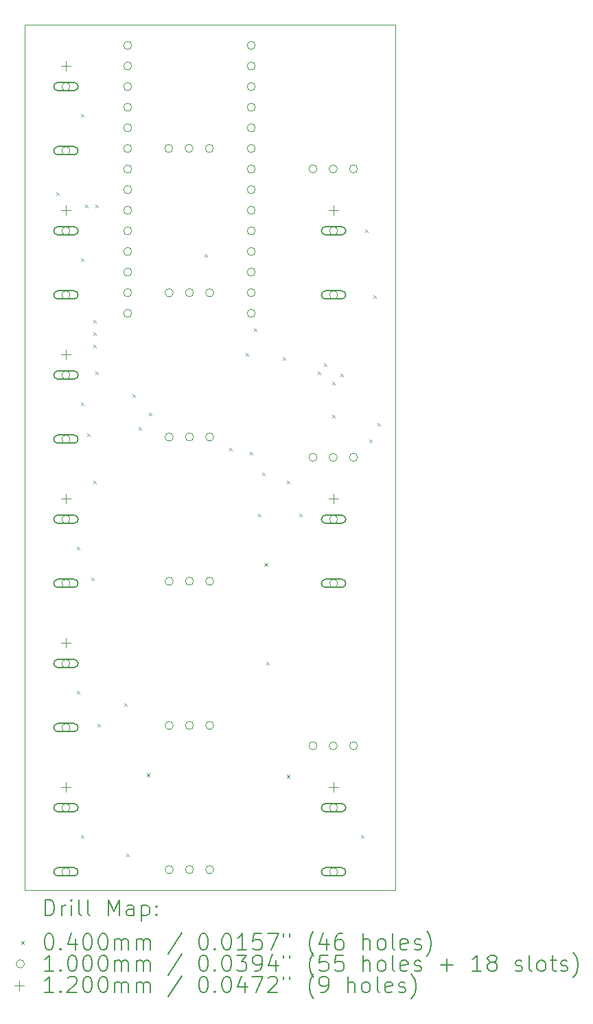
<source format=gbr>
%FSLAX45Y45*%
G04 Gerber Fmt 4.5, Leading zero omitted, Abs format (unit mm)*
G04 Created by KiCad (PCBNEW (6.0.6)) date 2024-09-22 12:15:27*
%MOMM*%
%LPD*%
G01*
G04 APERTURE LIST*
%TA.AperFunction,Profile*%
%ADD10C,0.100000*%
%TD*%
%ADD11C,0.200000*%
%ADD12C,0.040000*%
%ADD13C,0.100000*%
%ADD14C,0.120000*%
G04 APERTURE END LIST*
D10*
X3556000Y-6096000D02*
X3556000Y-16510000D01*
X3556000Y-5842000D02*
X3556000Y-6096000D01*
X8128000Y-16510000D02*
X8128000Y-5842000D01*
X8128000Y-5842000D02*
X3556000Y-5842000D01*
X3556000Y-16510000D02*
X8128000Y-16510000D01*
D11*
D12*
X3942400Y-7904800D02*
X3982400Y-7944800D01*
X3982400Y-7904800D02*
X3942400Y-7944800D01*
X4196400Y-12273600D02*
X4236400Y-12313600D01*
X4236400Y-12273600D02*
X4196400Y-12313600D01*
X4196400Y-14051600D02*
X4236400Y-14091600D01*
X4236400Y-14051600D02*
X4196400Y-14091600D01*
X4247200Y-6939600D02*
X4287200Y-6979600D01*
X4287200Y-6939600D02*
X4247200Y-6979600D01*
X4247200Y-8717600D02*
X4287200Y-8757600D01*
X4287200Y-8717600D02*
X4247200Y-8757600D01*
X4247200Y-10495600D02*
X4287200Y-10535600D01*
X4287200Y-10495600D02*
X4247200Y-10535600D01*
X4247200Y-15829600D02*
X4287200Y-15869600D01*
X4287200Y-15829600D02*
X4247200Y-15869600D01*
X4298000Y-8057200D02*
X4338000Y-8097200D01*
X4338000Y-8057200D02*
X4298000Y-8097200D01*
X4323400Y-10876600D02*
X4363400Y-10916600D01*
X4363400Y-10876600D02*
X4323400Y-10916600D01*
X4374200Y-12654600D02*
X4414200Y-12694600D01*
X4414200Y-12654600D02*
X4374200Y-12694600D01*
X4399600Y-9632000D02*
X4439600Y-9672000D01*
X4439600Y-9632000D02*
X4399600Y-9672000D01*
X4399600Y-9784400D02*
X4439600Y-9824400D01*
X4439600Y-9784400D02*
X4399600Y-9824400D01*
X4399600Y-11460800D02*
X4439600Y-11500800D01*
X4439600Y-11460800D02*
X4399600Y-11500800D01*
X4400030Y-9480030D02*
X4440030Y-9520030D01*
X4440030Y-9480030D02*
X4400030Y-9520030D01*
X4425000Y-8057200D02*
X4465000Y-8097200D01*
X4465000Y-8057200D02*
X4425000Y-8097200D01*
X4425000Y-10114600D02*
X4465000Y-10154600D01*
X4465000Y-10114600D02*
X4425000Y-10154600D01*
X4450400Y-14458000D02*
X4490400Y-14498000D01*
X4490400Y-14458000D02*
X4450400Y-14498000D01*
X4780600Y-14204000D02*
X4820600Y-14244000D01*
X4820600Y-14204000D02*
X4780600Y-14244000D01*
X4806000Y-16058200D02*
X4846000Y-16098200D01*
X4846000Y-16058200D02*
X4806000Y-16098200D01*
X4882200Y-10394000D02*
X4922200Y-10434000D01*
X4922200Y-10394000D02*
X4882200Y-10434000D01*
X4958400Y-10800400D02*
X4998400Y-10840400D01*
X4998400Y-10800400D02*
X4958400Y-10840400D01*
X5058500Y-15069100D02*
X5098500Y-15109100D01*
X5098500Y-15069100D02*
X5058500Y-15109100D01*
X5085400Y-10622600D02*
X5125400Y-10662600D01*
X5125400Y-10622600D02*
X5085400Y-10662600D01*
X5771200Y-8666800D02*
X5811200Y-8706800D01*
X5811200Y-8666800D02*
X5771200Y-8706800D01*
X6076000Y-11054400D02*
X6116000Y-11094400D01*
X6116000Y-11054400D02*
X6076000Y-11094400D01*
X6279200Y-9886000D02*
X6319200Y-9926000D01*
X6319200Y-9886000D02*
X6279200Y-9926000D01*
X6330000Y-11105200D02*
X6370000Y-11145200D01*
X6370000Y-11105200D02*
X6330000Y-11145200D01*
X6380800Y-9581200D02*
X6420800Y-9621200D01*
X6420800Y-9581200D02*
X6380800Y-9621200D01*
X6431600Y-11867200D02*
X6471600Y-11907200D01*
X6471600Y-11867200D02*
X6431600Y-11907200D01*
X6482400Y-11359200D02*
X6522400Y-11399200D01*
X6522400Y-11359200D02*
X6482400Y-11399200D01*
X6511550Y-12476800D02*
X6551550Y-12516800D01*
X6551550Y-12476800D02*
X6511550Y-12516800D01*
X6533200Y-13696000D02*
X6573200Y-13736000D01*
X6573200Y-13696000D02*
X6533200Y-13736000D01*
X6736400Y-9936800D02*
X6776400Y-9976800D01*
X6776400Y-9936800D02*
X6736400Y-9976800D01*
X6787200Y-11460800D02*
X6827200Y-11500800D01*
X6827200Y-11460800D02*
X6787200Y-11500800D01*
X6787200Y-15089250D02*
X6827200Y-15129250D01*
X6827200Y-15089250D02*
X6787200Y-15129250D01*
X6939600Y-11867200D02*
X6979600Y-11907200D01*
X6979600Y-11867200D02*
X6939600Y-11907200D01*
X7168200Y-10114600D02*
X7208200Y-10154600D01*
X7208200Y-10114600D02*
X7168200Y-10154600D01*
X7244400Y-10013000D02*
X7284400Y-10053000D01*
X7284400Y-10013000D02*
X7244400Y-10053000D01*
X7346000Y-10241600D02*
X7386000Y-10281600D01*
X7386000Y-10241600D02*
X7346000Y-10281600D01*
X7346000Y-10648000D02*
X7386000Y-10688000D01*
X7386000Y-10648000D02*
X7346000Y-10688000D01*
X7447600Y-10140000D02*
X7487600Y-10180000D01*
X7487600Y-10140000D02*
X7447600Y-10180000D01*
X7701600Y-15829600D02*
X7741600Y-15869600D01*
X7741600Y-15829600D02*
X7701600Y-15869600D01*
X7752400Y-8362000D02*
X7792400Y-8402000D01*
X7792400Y-8362000D02*
X7752400Y-8402000D01*
X7803200Y-10952800D02*
X7843200Y-10992800D01*
X7843200Y-10952800D02*
X7803200Y-10992800D01*
X7854000Y-9174800D02*
X7894000Y-9214800D01*
X7894000Y-9174800D02*
X7854000Y-9214800D01*
X7904800Y-10749600D02*
X7944800Y-10789600D01*
X7944800Y-10749600D02*
X7904800Y-10789600D01*
D13*
X4114000Y-6604000D02*
G75*
G03*
X4114000Y-6604000I-50000J0D01*
G01*
D11*
X3964000Y-6654000D02*
X4164000Y-6654000D01*
X3964000Y-6554000D02*
X4164000Y-6554000D01*
X4164000Y-6654000D02*
G75*
G03*
X4164000Y-6554000I0J50000D01*
G01*
X3964000Y-6554000D02*
G75*
G03*
X3964000Y-6654000I0J-50000D01*
G01*
D13*
X4114000Y-7394000D02*
G75*
G03*
X4114000Y-7394000I-50000J0D01*
G01*
D11*
X3964000Y-7444000D02*
X4164000Y-7444000D01*
X3964000Y-7344000D02*
X4164000Y-7344000D01*
X4164000Y-7444000D02*
G75*
G03*
X4164000Y-7344000I0J50000D01*
G01*
X3964000Y-7344000D02*
G75*
G03*
X3964000Y-7444000I0J-50000D01*
G01*
D13*
X4114000Y-8382000D02*
G75*
G03*
X4114000Y-8382000I-50000J0D01*
G01*
D11*
X3964000Y-8432000D02*
X4164000Y-8432000D01*
X3964000Y-8332000D02*
X4164000Y-8332000D01*
X4164000Y-8432000D02*
G75*
G03*
X4164000Y-8332000I0J50000D01*
G01*
X3964000Y-8332000D02*
G75*
G03*
X3964000Y-8432000I0J-50000D01*
G01*
D13*
X4114000Y-9172000D02*
G75*
G03*
X4114000Y-9172000I-50000J0D01*
G01*
D11*
X3964000Y-9222000D02*
X4164000Y-9222000D01*
X3964000Y-9122000D02*
X4164000Y-9122000D01*
X4164000Y-9222000D02*
G75*
G03*
X4164000Y-9122000I0J50000D01*
G01*
X3964000Y-9122000D02*
G75*
G03*
X3964000Y-9222000I0J-50000D01*
G01*
D13*
X4114000Y-10160000D02*
G75*
G03*
X4114000Y-10160000I-50000J0D01*
G01*
D11*
X3964000Y-10210000D02*
X4164000Y-10210000D01*
X3964000Y-10110000D02*
X4164000Y-10110000D01*
X4164000Y-10210000D02*
G75*
G03*
X4164000Y-10110000I0J50000D01*
G01*
X3964000Y-10110000D02*
G75*
G03*
X3964000Y-10210000I0J-50000D01*
G01*
D13*
X4114000Y-10950000D02*
G75*
G03*
X4114000Y-10950000I-50000J0D01*
G01*
D11*
X3964000Y-11000000D02*
X4164000Y-11000000D01*
X3964000Y-10900000D02*
X4164000Y-10900000D01*
X4164000Y-11000000D02*
G75*
G03*
X4164000Y-10900000I0J50000D01*
G01*
X3964000Y-10900000D02*
G75*
G03*
X3964000Y-11000000I0J-50000D01*
G01*
D13*
X4114000Y-11938000D02*
G75*
G03*
X4114000Y-11938000I-50000J0D01*
G01*
D11*
X3964000Y-11988000D02*
X4164000Y-11988000D01*
X3964000Y-11888000D02*
X4164000Y-11888000D01*
X4164000Y-11988000D02*
G75*
G03*
X4164000Y-11888000I0J50000D01*
G01*
X3964000Y-11888000D02*
G75*
G03*
X3964000Y-11988000I0J-50000D01*
G01*
D13*
X4114000Y-12728000D02*
G75*
G03*
X4114000Y-12728000I-50000J0D01*
G01*
D11*
X3964000Y-12778000D02*
X4164000Y-12778000D01*
X3964000Y-12678000D02*
X4164000Y-12678000D01*
X4164000Y-12778000D02*
G75*
G03*
X4164000Y-12678000I0J50000D01*
G01*
X3964000Y-12678000D02*
G75*
G03*
X3964000Y-12778000I0J-50000D01*
G01*
D13*
X4114000Y-13716000D02*
G75*
G03*
X4114000Y-13716000I-50000J0D01*
G01*
D11*
X3964000Y-13766000D02*
X4164000Y-13766000D01*
X3964000Y-13666000D02*
X4164000Y-13666000D01*
X4164000Y-13766000D02*
G75*
G03*
X4164000Y-13666000I0J50000D01*
G01*
X3964000Y-13666000D02*
G75*
G03*
X3964000Y-13766000I0J-50000D01*
G01*
D13*
X4114000Y-14506000D02*
G75*
G03*
X4114000Y-14506000I-50000J0D01*
G01*
D11*
X3964000Y-14556000D02*
X4164000Y-14556000D01*
X3964000Y-14456000D02*
X4164000Y-14456000D01*
X4164000Y-14556000D02*
G75*
G03*
X4164000Y-14456000I0J50000D01*
G01*
X3964000Y-14456000D02*
G75*
G03*
X3964000Y-14556000I0J-50000D01*
G01*
D13*
X4114000Y-15494000D02*
G75*
G03*
X4114000Y-15494000I-50000J0D01*
G01*
D11*
X3964000Y-15544000D02*
X4164000Y-15544000D01*
X3964000Y-15444000D02*
X4164000Y-15444000D01*
X4164000Y-15544000D02*
G75*
G03*
X4164000Y-15444000I0J50000D01*
G01*
X3964000Y-15444000D02*
G75*
G03*
X3964000Y-15544000I0J-50000D01*
G01*
D13*
X4114000Y-16284000D02*
G75*
G03*
X4114000Y-16284000I-50000J0D01*
G01*
D11*
X3964000Y-16334000D02*
X4164000Y-16334000D01*
X3964000Y-16234000D02*
X4164000Y-16234000D01*
X4164000Y-16334000D02*
G75*
G03*
X4164000Y-16234000I0J50000D01*
G01*
X3964000Y-16234000D02*
G75*
G03*
X3964000Y-16334000I0J-50000D01*
G01*
D13*
X4876000Y-6096000D02*
G75*
G03*
X4876000Y-6096000I-50000J0D01*
G01*
X4876000Y-6350000D02*
G75*
G03*
X4876000Y-6350000I-50000J0D01*
G01*
X4876000Y-6604000D02*
G75*
G03*
X4876000Y-6604000I-50000J0D01*
G01*
X4876000Y-6858000D02*
G75*
G03*
X4876000Y-6858000I-50000J0D01*
G01*
X4876000Y-7112000D02*
G75*
G03*
X4876000Y-7112000I-50000J0D01*
G01*
X4876000Y-7366000D02*
G75*
G03*
X4876000Y-7366000I-50000J0D01*
G01*
X4876000Y-7620000D02*
G75*
G03*
X4876000Y-7620000I-50000J0D01*
G01*
X4876000Y-7874000D02*
G75*
G03*
X4876000Y-7874000I-50000J0D01*
G01*
X4876000Y-8128000D02*
G75*
G03*
X4876000Y-8128000I-50000J0D01*
G01*
X4876000Y-8382000D02*
G75*
G03*
X4876000Y-8382000I-50000J0D01*
G01*
X4876000Y-8636000D02*
G75*
G03*
X4876000Y-8636000I-50000J0D01*
G01*
X4876000Y-8890000D02*
G75*
G03*
X4876000Y-8890000I-50000J0D01*
G01*
X4876000Y-9144000D02*
G75*
G03*
X4876000Y-9144000I-50000J0D01*
G01*
X4876000Y-9398000D02*
G75*
G03*
X4876000Y-9398000I-50000J0D01*
G01*
X5383500Y-7366000D02*
G75*
G03*
X5383500Y-7366000I-50000J0D01*
G01*
X5388000Y-9145500D02*
G75*
G03*
X5388000Y-9145500I-50000J0D01*
G01*
X5388000Y-10923500D02*
G75*
G03*
X5388000Y-10923500I-50000J0D01*
G01*
X5388000Y-12701500D02*
G75*
G03*
X5388000Y-12701500I-50000J0D01*
G01*
X5388000Y-14479500D02*
G75*
G03*
X5388000Y-14479500I-50000J0D01*
G01*
X5388000Y-16257500D02*
G75*
G03*
X5388000Y-16257500I-50000J0D01*
G01*
X5633500Y-7364500D02*
G75*
G03*
X5633500Y-7364500I-50000J0D01*
G01*
X5638000Y-9144000D02*
G75*
G03*
X5638000Y-9144000I-50000J0D01*
G01*
X5638000Y-10922000D02*
G75*
G03*
X5638000Y-10922000I-50000J0D01*
G01*
X5638000Y-12700000D02*
G75*
G03*
X5638000Y-12700000I-50000J0D01*
G01*
X5638000Y-14478000D02*
G75*
G03*
X5638000Y-14478000I-50000J0D01*
G01*
X5638000Y-16256000D02*
G75*
G03*
X5638000Y-16256000I-50000J0D01*
G01*
X5883500Y-7366000D02*
G75*
G03*
X5883500Y-7366000I-50000J0D01*
G01*
X5888000Y-9145500D02*
G75*
G03*
X5888000Y-9145500I-50000J0D01*
G01*
X5888000Y-10923500D02*
G75*
G03*
X5888000Y-10923500I-50000J0D01*
G01*
X5888000Y-12701500D02*
G75*
G03*
X5888000Y-12701500I-50000J0D01*
G01*
X5888000Y-14479500D02*
G75*
G03*
X5888000Y-14479500I-50000J0D01*
G01*
X5888000Y-16257500D02*
G75*
G03*
X5888000Y-16257500I-50000J0D01*
G01*
X6400000Y-6096000D02*
G75*
G03*
X6400000Y-6096000I-50000J0D01*
G01*
X6400000Y-6350000D02*
G75*
G03*
X6400000Y-6350000I-50000J0D01*
G01*
X6400000Y-6604000D02*
G75*
G03*
X6400000Y-6604000I-50000J0D01*
G01*
X6400000Y-6858000D02*
G75*
G03*
X6400000Y-6858000I-50000J0D01*
G01*
X6400000Y-7112000D02*
G75*
G03*
X6400000Y-7112000I-50000J0D01*
G01*
X6400000Y-7366000D02*
G75*
G03*
X6400000Y-7366000I-50000J0D01*
G01*
X6400000Y-7620000D02*
G75*
G03*
X6400000Y-7620000I-50000J0D01*
G01*
X6400000Y-7874000D02*
G75*
G03*
X6400000Y-7874000I-50000J0D01*
G01*
X6400000Y-8128000D02*
G75*
G03*
X6400000Y-8128000I-50000J0D01*
G01*
X6400000Y-8382000D02*
G75*
G03*
X6400000Y-8382000I-50000J0D01*
G01*
X6400000Y-8636000D02*
G75*
G03*
X6400000Y-8636000I-50000J0D01*
G01*
X6400000Y-8890000D02*
G75*
G03*
X6400000Y-8890000I-50000J0D01*
G01*
X6400000Y-9144000D02*
G75*
G03*
X6400000Y-9144000I-50000J0D01*
G01*
X6400000Y-9398000D02*
G75*
G03*
X6400000Y-9398000I-50000J0D01*
G01*
X7161500Y-7618500D02*
G75*
G03*
X7161500Y-7618500I-50000J0D01*
G01*
X7161500Y-11174500D02*
G75*
G03*
X7161500Y-11174500I-50000J0D01*
G01*
X7161500Y-14730500D02*
G75*
G03*
X7161500Y-14730500I-50000J0D01*
G01*
X7411500Y-7618500D02*
G75*
G03*
X7411500Y-7618500I-50000J0D01*
G01*
X7411500Y-11174500D02*
G75*
G03*
X7411500Y-11174500I-50000J0D01*
G01*
X7411500Y-14730500D02*
G75*
G03*
X7411500Y-14730500I-50000J0D01*
G01*
X7416000Y-8382000D02*
G75*
G03*
X7416000Y-8382000I-50000J0D01*
G01*
D11*
X7266000Y-8432000D02*
X7466000Y-8432000D01*
X7266000Y-8332000D02*
X7466000Y-8332000D01*
X7466000Y-8432000D02*
G75*
G03*
X7466000Y-8332000I0J50000D01*
G01*
X7266000Y-8332000D02*
G75*
G03*
X7266000Y-8432000I0J-50000D01*
G01*
D13*
X7416000Y-9172000D02*
G75*
G03*
X7416000Y-9172000I-50000J0D01*
G01*
D11*
X7266000Y-9222000D02*
X7466000Y-9222000D01*
X7266000Y-9122000D02*
X7466000Y-9122000D01*
X7466000Y-9222000D02*
G75*
G03*
X7466000Y-9122000I0J50000D01*
G01*
X7266000Y-9122000D02*
G75*
G03*
X7266000Y-9222000I0J-50000D01*
G01*
D13*
X7416000Y-11938000D02*
G75*
G03*
X7416000Y-11938000I-50000J0D01*
G01*
D11*
X7266000Y-11988000D02*
X7466000Y-11988000D01*
X7266000Y-11888000D02*
X7466000Y-11888000D01*
X7466000Y-11988000D02*
G75*
G03*
X7466000Y-11888000I0J50000D01*
G01*
X7266000Y-11888000D02*
G75*
G03*
X7266000Y-11988000I0J-50000D01*
G01*
D13*
X7416000Y-12728000D02*
G75*
G03*
X7416000Y-12728000I-50000J0D01*
G01*
D11*
X7266000Y-12778000D02*
X7466000Y-12778000D01*
X7266000Y-12678000D02*
X7466000Y-12678000D01*
X7466000Y-12778000D02*
G75*
G03*
X7466000Y-12678000I0J50000D01*
G01*
X7266000Y-12678000D02*
G75*
G03*
X7266000Y-12778000I0J-50000D01*
G01*
D13*
X7416000Y-15494000D02*
G75*
G03*
X7416000Y-15494000I-50000J0D01*
G01*
D11*
X7266000Y-15544000D02*
X7466000Y-15544000D01*
X7266000Y-15444000D02*
X7466000Y-15444000D01*
X7466000Y-15544000D02*
G75*
G03*
X7466000Y-15444000I0J50000D01*
G01*
X7266000Y-15444000D02*
G75*
G03*
X7266000Y-15544000I0J-50000D01*
G01*
D13*
X7416000Y-16284000D02*
G75*
G03*
X7416000Y-16284000I-50000J0D01*
G01*
D11*
X7266000Y-16334000D02*
X7466000Y-16334000D01*
X7266000Y-16234000D02*
X7466000Y-16234000D01*
X7466000Y-16334000D02*
G75*
G03*
X7466000Y-16234000I0J50000D01*
G01*
X7266000Y-16234000D02*
G75*
G03*
X7266000Y-16334000I0J-50000D01*
G01*
D13*
X7661500Y-7618500D02*
G75*
G03*
X7661500Y-7618500I-50000J0D01*
G01*
X7661500Y-11174500D02*
G75*
G03*
X7661500Y-11174500I-50000J0D01*
G01*
X7661500Y-14730500D02*
G75*
G03*
X7661500Y-14730500I-50000J0D01*
G01*
D14*
X4064000Y-6290000D02*
X4064000Y-6410000D01*
X4004000Y-6350000D02*
X4124000Y-6350000D01*
X4064000Y-8068000D02*
X4064000Y-8188000D01*
X4004000Y-8128000D02*
X4124000Y-8128000D01*
X4064000Y-9846000D02*
X4064000Y-9966000D01*
X4004000Y-9906000D02*
X4124000Y-9906000D01*
X4064000Y-11624000D02*
X4064000Y-11744000D01*
X4004000Y-11684000D02*
X4124000Y-11684000D01*
X4064000Y-13402000D02*
X4064000Y-13522000D01*
X4004000Y-13462000D02*
X4124000Y-13462000D01*
X4064000Y-15180000D02*
X4064000Y-15300000D01*
X4004000Y-15240000D02*
X4124000Y-15240000D01*
X7366000Y-8068000D02*
X7366000Y-8188000D01*
X7306000Y-8128000D02*
X7426000Y-8128000D01*
X7366000Y-11624000D02*
X7366000Y-11744000D01*
X7306000Y-11684000D02*
X7426000Y-11684000D01*
X7366000Y-15180000D02*
X7366000Y-15300000D01*
X7306000Y-15240000D02*
X7426000Y-15240000D01*
D11*
X3808619Y-16825476D02*
X3808619Y-16625476D01*
X3856238Y-16625476D01*
X3884809Y-16635000D01*
X3903857Y-16654048D01*
X3913381Y-16673095D01*
X3922905Y-16711190D01*
X3922905Y-16739762D01*
X3913381Y-16777857D01*
X3903857Y-16796905D01*
X3884809Y-16815952D01*
X3856238Y-16825476D01*
X3808619Y-16825476D01*
X4008619Y-16825476D02*
X4008619Y-16692143D01*
X4008619Y-16730238D02*
X4018143Y-16711190D01*
X4027667Y-16701667D01*
X4046714Y-16692143D01*
X4065762Y-16692143D01*
X4132428Y-16825476D02*
X4132428Y-16692143D01*
X4132428Y-16625476D02*
X4122905Y-16635000D01*
X4132428Y-16644524D01*
X4141952Y-16635000D01*
X4132428Y-16625476D01*
X4132428Y-16644524D01*
X4256238Y-16825476D02*
X4237190Y-16815952D01*
X4227667Y-16796905D01*
X4227667Y-16625476D01*
X4361000Y-16825476D02*
X4341952Y-16815952D01*
X4332429Y-16796905D01*
X4332429Y-16625476D01*
X4589571Y-16825476D02*
X4589571Y-16625476D01*
X4656238Y-16768333D01*
X4722905Y-16625476D01*
X4722905Y-16825476D01*
X4903857Y-16825476D02*
X4903857Y-16720714D01*
X4894333Y-16701667D01*
X4875286Y-16692143D01*
X4837190Y-16692143D01*
X4818143Y-16701667D01*
X4903857Y-16815952D02*
X4884810Y-16825476D01*
X4837190Y-16825476D01*
X4818143Y-16815952D01*
X4808619Y-16796905D01*
X4808619Y-16777857D01*
X4818143Y-16758809D01*
X4837190Y-16749286D01*
X4884810Y-16749286D01*
X4903857Y-16739762D01*
X4999095Y-16692143D02*
X4999095Y-16892143D01*
X4999095Y-16701667D02*
X5018143Y-16692143D01*
X5056238Y-16692143D01*
X5075286Y-16701667D01*
X5084810Y-16711190D01*
X5094333Y-16730238D01*
X5094333Y-16787381D01*
X5084810Y-16806429D01*
X5075286Y-16815952D01*
X5056238Y-16825476D01*
X5018143Y-16825476D01*
X4999095Y-16815952D01*
X5180048Y-16806429D02*
X5189571Y-16815952D01*
X5180048Y-16825476D01*
X5170524Y-16815952D01*
X5180048Y-16806429D01*
X5180048Y-16825476D01*
X5180048Y-16701667D02*
X5189571Y-16711190D01*
X5180048Y-16720714D01*
X5170524Y-16711190D01*
X5180048Y-16701667D01*
X5180048Y-16720714D01*
D12*
X3511000Y-17135000D02*
X3551000Y-17175000D01*
X3551000Y-17135000D02*
X3511000Y-17175000D01*
D11*
X3846714Y-17045476D02*
X3865762Y-17045476D01*
X3884809Y-17055000D01*
X3894333Y-17064524D01*
X3903857Y-17083571D01*
X3913381Y-17121667D01*
X3913381Y-17169286D01*
X3903857Y-17207381D01*
X3894333Y-17226429D01*
X3884809Y-17235952D01*
X3865762Y-17245476D01*
X3846714Y-17245476D01*
X3827667Y-17235952D01*
X3818143Y-17226429D01*
X3808619Y-17207381D01*
X3799095Y-17169286D01*
X3799095Y-17121667D01*
X3808619Y-17083571D01*
X3818143Y-17064524D01*
X3827667Y-17055000D01*
X3846714Y-17045476D01*
X3999095Y-17226429D02*
X4008619Y-17235952D01*
X3999095Y-17245476D01*
X3989571Y-17235952D01*
X3999095Y-17226429D01*
X3999095Y-17245476D01*
X4180048Y-17112143D02*
X4180048Y-17245476D01*
X4132428Y-17035952D02*
X4084809Y-17178810D01*
X4208619Y-17178810D01*
X4322905Y-17045476D02*
X4341952Y-17045476D01*
X4361000Y-17055000D01*
X4370524Y-17064524D01*
X4380048Y-17083571D01*
X4389571Y-17121667D01*
X4389571Y-17169286D01*
X4380048Y-17207381D01*
X4370524Y-17226429D01*
X4361000Y-17235952D01*
X4341952Y-17245476D01*
X4322905Y-17245476D01*
X4303857Y-17235952D01*
X4294333Y-17226429D01*
X4284810Y-17207381D01*
X4275286Y-17169286D01*
X4275286Y-17121667D01*
X4284810Y-17083571D01*
X4294333Y-17064524D01*
X4303857Y-17055000D01*
X4322905Y-17045476D01*
X4513381Y-17045476D02*
X4532429Y-17045476D01*
X4551476Y-17055000D01*
X4561000Y-17064524D01*
X4570524Y-17083571D01*
X4580048Y-17121667D01*
X4580048Y-17169286D01*
X4570524Y-17207381D01*
X4561000Y-17226429D01*
X4551476Y-17235952D01*
X4532429Y-17245476D01*
X4513381Y-17245476D01*
X4494333Y-17235952D01*
X4484810Y-17226429D01*
X4475286Y-17207381D01*
X4465762Y-17169286D01*
X4465762Y-17121667D01*
X4475286Y-17083571D01*
X4484810Y-17064524D01*
X4494333Y-17055000D01*
X4513381Y-17045476D01*
X4665762Y-17245476D02*
X4665762Y-17112143D01*
X4665762Y-17131190D02*
X4675286Y-17121667D01*
X4694333Y-17112143D01*
X4722905Y-17112143D01*
X4741952Y-17121667D01*
X4751476Y-17140714D01*
X4751476Y-17245476D01*
X4751476Y-17140714D02*
X4761000Y-17121667D01*
X4780048Y-17112143D01*
X4808619Y-17112143D01*
X4827667Y-17121667D01*
X4837190Y-17140714D01*
X4837190Y-17245476D01*
X4932429Y-17245476D02*
X4932429Y-17112143D01*
X4932429Y-17131190D02*
X4941952Y-17121667D01*
X4961000Y-17112143D01*
X4989571Y-17112143D01*
X5008619Y-17121667D01*
X5018143Y-17140714D01*
X5018143Y-17245476D01*
X5018143Y-17140714D02*
X5027667Y-17121667D01*
X5046714Y-17112143D01*
X5075286Y-17112143D01*
X5094333Y-17121667D01*
X5103857Y-17140714D01*
X5103857Y-17245476D01*
X5494333Y-17035952D02*
X5322905Y-17293095D01*
X5751476Y-17045476D02*
X5770524Y-17045476D01*
X5789571Y-17055000D01*
X5799095Y-17064524D01*
X5808619Y-17083571D01*
X5818143Y-17121667D01*
X5818143Y-17169286D01*
X5808619Y-17207381D01*
X5799095Y-17226429D01*
X5789571Y-17235952D01*
X5770524Y-17245476D01*
X5751476Y-17245476D01*
X5732428Y-17235952D01*
X5722905Y-17226429D01*
X5713381Y-17207381D01*
X5703857Y-17169286D01*
X5703857Y-17121667D01*
X5713381Y-17083571D01*
X5722905Y-17064524D01*
X5732428Y-17055000D01*
X5751476Y-17045476D01*
X5903857Y-17226429D02*
X5913381Y-17235952D01*
X5903857Y-17245476D01*
X5894333Y-17235952D01*
X5903857Y-17226429D01*
X5903857Y-17245476D01*
X6037190Y-17045476D02*
X6056238Y-17045476D01*
X6075286Y-17055000D01*
X6084809Y-17064524D01*
X6094333Y-17083571D01*
X6103857Y-17121667D01*
X6103857Y-17169286D01*
X6094333Y-17207381D01*
X6084809Y-17226429D01*
X6075286Y-17235952D01*
X6056238Y-17245476D01*
X6037190Y-17245476D01*
X6018143Y-17235952D01*
X6008619Y-17226429D01*
X5999095Y-17207381D01*
X5989571Y-17169286D01*
X5989571Y-17121667D01*
X5999095Y-17083571D01*
X6008619Y-17064524D01*
X6018143Y-17055000D01*
X6037190Y-17045476D01*
X6294333Y-17245476D02*
X6180048Y-17245476D01*
X6237190Y-17245476D02*
X6237190Y-17045476D01*
X6218143Y-17074048D01*
X6199095Y-17093095D01*
X6180048Y-17102619D01*
X6475286Y-17045476D02*
X6380048Y-17045476D01*
X6370524Y-17140714D01*
X6380048Y-17131190D01*
X6399095Y-17121667D01*
X6446714Y-17121667D01*
X6465762Y-17131190D01*
X6475286Y-17140714D01*
X6484809Y-17159762D01*
X6484809Y-17207381D01*
X6475286Y-17226429D01*
X6465762Y-17235952D01*
X6446714Y-17245476D01*
X6399095Y-17245476D01*
X6380048Y-17235952D01*
X6370524Y-17226429D01*
X6551476Y-17045476D02*
X6684809Y-17045476D01*
X6599095Y-17245476D01*
X6751476Y-17045476D02*
X6751476Y-17083571D01*
X6827667Y-17045476D02*
X6827667Y-17083571D01*
X7122905Y-17321667D02*
X7113381Y-17312143D01*
X7094333Y-17283571D01*
X7084809Y-17264524D01*
X7075286Y-17235952D01*
X7065762Y-17188333D01*
X7065762Y-17150238D01*
X7075286Y-17102619D01*
X7084809Y-17074048D01*
X7094333Y-17055000D01*
X7113381Y-17026429D01*
X7122905Y-17016905D01*
X7284809Y-17112143D02*
X7284809Y-17245476D01*
X7237190Y-17035952D02*
X7189571Y-17178810D01*
X7313381Y-17178810D01*
X7475286Y-17045476D02*
X7437190Y-17045476D01*
X7418143Y-17055000D01*
X7408619Y-17064524D01*
X7389571Y-17093095D01*
X7380048Y-17131190D01*
X7380048Y-17207381D01*
X7389571Y-17226429D01*
X7399095Y-17235952D01*
X7418143Y-17245476D01*
X7456238Y-17245476D01*
X7475286Y-17235952D01*
X7484809Y-17226429D01*
X7494333Y-17207381D01*
X7494333Y-17159762D01*
X7484809Y-17140714D01*
X7475286Y-17131190D01*
X7456238Y-17121667D01*
X7418143Y-17121667D01*
X7399095Y-17131190D01*
X7389571Y-17140714D01*
X7380048Y-17159762D01*
X7732428Y-17245476D02*
X7732428Y-17045476D01*
X7818143Y-17245476D02*
X7818143Y-17140714D01*
X7808619Y-17121667D01*
X7789571Y-17112143D01*
X7761000Y-17112143D01*
X7741952Y-17121667D01*
X7732428Y-17131190D01*
X7941952Y-17245476D02*
X7922905Y-17235952D01*
X7913381Y-17226429D01*
X7903857Y-17207381D01*
X7903857Y-17150238D01*
X7913381Y-17131190D01*
X7922905Y-17121667D01*
X7941952Y-17112143D01*
X7970524Y-17112143D01*
X7989571Y-17121667D01*
X7999095Y-17131190D01*
X8008619Y-17150238D01*
X8008619Y-17207381D01*
X7999095Y-17226429D01*
X7989571Y-17235952D01*
X7970524Y-17245476D01*
X7941952Y-17245476D01*
X8122905Y-17245476D02*
X8103857Y-17235952D01*
X8094333Y-17216905D01*
X8094333Y-17045476D01*
X8275286Y-17235952D02*
X8256238Y-17245476D01*
X8218143Y-17245476D01*
X8199095Y-17235952D01*
X8189571Y-17216905D01*
X8189571Y-17140714D01*
X8199095Y-17121667D01*
X8218143Y-17112143D01*
X8256238Y-17112143D01*
X8275286Y-17121667D01*
X8284809Y-17140714D01*
X8284809Y-17159762D01*
X8189571Y-17178810D01*
X8361000Y-17235952D02*
X8380048Y-17245476D01*
X8418143Y-17245476D01*
X8437190Y-17235952D01*
X8446714Y-17216905D01*
X8446714Y-17207381D01*
X8437190Y-17188333D01*
X8418143Y-17178810D01*
X8389571Y-17178810D01*
X8370524Y-17169286D01*
X8361000Y-17150238D01*
X8361000Y-17140714D01*
X8370524Y-17121667D01*
X8389571Y-17112143D01*
X8418143Y-17112143D01*
X8437190Y-17121667D01*
X8513381Y-17321667D02*
X8522905Y-17312143D01*
X8541952Y-17283571D01*
X8551476Y-17264524D01*
X8561000Y-17235952D01*
X8570524Y-17188333D01*
X8570524Y-17150238D01*
X8561000Y-17102619D01*
X8551476Y-17074048D01*
X8541952Y-17055000D01*
X8522905Y-17026429D01*
X8513381Y-17016905D01*
D13*
X3551000Y-17419000D02*
G75*
G03*
X3551000Y-17419000I-50000J0D01*
G01*
D11*
X3913381Y-17509476D02*
X3799095Y-17509476D01*
X3856238Y-17509476D02*
X3856238Y-17309476D01*
X3837190Y-17338048D01*
X3818143Y-17357095D01*
X3799095Y-17366619D01*
X3999095Y-17490429D02*
X4008619Y-17499952D01*
X3999095Y-17509476D01*
X3989571Y-17499952D01*
X3999095Y-17490429D01*
X3999095Y-17509476D01*
X4132428Y-17309476D02*
X4151476Y-17309476D01*
X4170524Y-17319000D01*
X4180048Y-17328524D01*
X4189571Y-17347571D01*
X4199095Y-17385667D01*
X4199095Y-17433286D01*
X4189571Y-17471381D01*
X4180048Y-17490429D01*
X4170524Y-17499952D01*
X4151476Y-17509476D01*
X4132428Y-17509476D01*
X4113381Y-17499952D01*
X4103857Y-17490429D01*
X4094333Y-17471381D01*
X4084809Y-17433286D01*
X4084809Y-17385667D01*
X4094333Y-17347571D01*
X4103857Y-17328524D01*
X4113381Y-17319000D01*
X4132428Y-17309476D01*
X4322905Y-17309476D02*
X4341952Y-17309476D01*
X4361000Y-17319000D01*
X4370524Y-17328524D01*
X4380048Y-17347571D01*
X4389571Y-17385667D01*
X4389571Y-17433286D01*
X4380048Y-17471381D01*
X4370524Y-17490429D01*
X4361000Y-17499952D01*
X4341952Y-17509476D01*
X4322905Y-17509476D01*
X4303857Y-17499952D01*
X4294333Y-17490429D01*
X4284810Y-17471381D01*
X4275286Y-17433286D01*
X4275286Y-17385667D01*
X4284810Y-17347571D01*
X4294333Y-17328524D01*
X4303857Y-17319000D01*
X4322905Y-17309476D01*
X4513381Y-17309476D02*
X4532429Y-17309476D01*
X4551476Y-17319000D01*
X4561000Y-17328524D01*
X4570524Y-17347571D01*
X4580048Y-17385667D01*
X4580048Y-17433286D01*
X4570524Y-17471381D01*
X4561000Y-17490429D01*
X4551476Y-17499952D01*
X4532429Y-17509476D01*
X4513381Y-17509476D01*
X4494333Y-17499952D01*
X4484810Y-17490429D01*
X4475286Y-17471381D01*
X4465762Y-17433286D01*
X4465762Y-17385667D01*
X4475286Y-17347571D01*
X4484810Y-17328524D01*
X4494333Y-17319000D01*
X4513381Y-17309476D01*
X4665762Y-17509476D02*
X4665762Y-17376143D01*
X4665762Y-17395190D02*
X4675286Y-17385667D01*
X4694333Y-17376143D01*
X4722905Y-17376143D01*
X4741952Y-17385667D01*
X4751476Y-17404714D01*
X4751476Y-17509476D01*
X4751476Y-17404714D02*
X4761000Y-17385667D01*
X4780048Y-17376143D01*
X4808619Y-17376143D01*
X4827667Y-17385667D01*
X4837190Y-17404714D01*
X4837190Y-17509476D01*
X4932429Y-17509476D02*
X4932429Y-17376143D01*
X4932429Y-17395190D02*
X4941952Y-17385667D01*
X4961000Y-17376143D01*
X4989571Y-17376143D01*
X5008619Y-17385667D01*
X5018143Y-17404714D01*
X5018143Y-17509476D01*
X5018143Y-17404714D02*
X5027667Y-17385667D01*
X5046714Y-17376143D01*
X5075286Y-17376143D01*
X5094333Y-17385667D01*
X5103857Y-17404714D01*
X5103857Y-17509476D01*
X5494333Y-17299952D02*
X5322905Y-17557095D01*
X5751476Y-17309476D02*
X5770524Y-17309476D01*
X5789571Y-17319000D01*
X5799095Y-17328524D01*
X5808619Y-17347571D01*
X5818143Y-17385667D01*
X5818143Y-17433286D01*
X5808619Y-17471381D01*
X5799095Y-17490429D01*
X5789571Y-17499952D01*
X5770524Y-17509476D01*
X5751476Y-17509476D01*
X5732428Y-17499952D01*
X5722905Y-17490429D01*
X5713381Y-17471381D01*
X5703857Y-17433286D01*
X5703857Y-17385667D01*
X5713381Y-17347571D01*
X5722905Y-17328524D01*
X5732428Y-17319000D01*
X5751476Y-17309476D01*
X5903857Y-17490429D02*
X5913381Y-17499952D01*
X5903857Y-17509476D01*
X5894333Y-17499952D01*
X5903857Y-17490429D01*
X5903857Y-17509476D01*
X6037190Y-17309476D02*
X6056238Y-17309476D01*
X6075286Y-17319000D01*
X6084809Y-17328524D01*
X6094333Y-17347571D01*
X6103857Y-17385667D01*
X6103857Y-17433286D01*
X6094333Y-17471381D01*
X6084809Y-17490429D01*
X6075286Y-17499952D01*
X6056238Y-17509476D01*
X6037190Y-17509476D01*
X6018143Y-17499952D01*
X6008619Y-17490429D01*
X5999095Y-17471381D01*
X5989571Y-17433286D01*
X5989571Y-17385667D01*
X5999095Y-17347571D01*
X6008619Y-17328524D01*
X6018143Y-17319000D01*
X6037190Y-17309476D01*
X6170524Y-17309476D02*
X6294333Y-17309476D01*
X6227667Y-17385667D01*
X6256238Y-17385667D01*
X6275286Y-17395190D01*
X6284809Y-17404714D01*
X6294333Y-17423762D01*
X6294333Y-17471381D01*
X6284809Y-17490429D01*
X6275286Y-17499952D01*
X6256238Y-17509476D01*
X6199095Y-17509476D01*
X6180048Y-17499952D01*
X6170524Y-17490429D01*
X6389571Y-17509476D02*
X6427667Y-17509476D01*
X6446714Y-17499952D01*
X6456238Y-17490429D01*
X6475286Y-17461857D01*
X6484809Y-17423762D01*
X6484809Y-17347571D01*
X6475286Y-17328524D01*
X6465762Y-17319000D01*
X6446714Y-17309476D01*
X6408619Y-17309476D01*
X6389571Y-17319000D01*
X6380048Y-17328524D01*
X6370524Y-17347571D01*
X6370524Y-17395190D01*
X6380048Y-17414238D01*
X6389571Y-17423762D01*
X6408619Y-17433286D01*
X6446714Y-17433286D01*
X6465762Y-17423762D01*
X6475286Y-17414238D01*
X6484809Y-17395190D01*
X6656238Y-17376143D02*
X6656238Y-17509476D01*
X6608619Y-17299952D02*
X6561000Y-17442810D01*
X6684809Y-17442810D01*
X6751476Y-17309476D02*
X6751476Y-17347571D01*
X6827667Y-17309476D02*
X6827667Y-17347571D01*
X7122905Y-17585667D02*
X7113381Y-17576143D01*
X7094333Y-17547571D01*
X7084809Y-17528524D01*
X7075286Y-17499952D01*
X7065762Y-17452333D01*
X7065762Y-17414238D01*
X7075286Y-17366619D01*
X7084809Y-17338048D01*
X7094333Y-17319000D01*
X7113381Y-17290429D01*
X7122905Y-17280905D01*
X7294333Y-17309476D02*
X7199095Y-17309476D01*
X7189571Y-17404714D01*
X7199095Y-17395190D01*
X7218143Y-17385667D01*
X7265762Y-17385667D01*
X7284809Y-17395190D01*
X7294333Y-17404714D01*
X7303857Y-17423762D01*
X7303857Y-17471381D01*
X7294333Y-17490429D01*
X7284809Y-17499952D01*
X7265762Y-17509476D01*
X7218143Y-17509476D01*
X7199095Y-17499952D01*
X7189571Y-17490429D01*
X7484809Y-17309476D02*
X7389571Y-17309476D01*
X7380048Y-17404714D01*
X7389571Y-17395190D01*
X7408619Y-17385667D01*
X7456238Y-17385667D01*
X7475286Y-17395190D01*
X7484809Y-17404714D01*
X7494333Y-17423762D01*
X7494333Y-17471381D01*
X7484809Y-17490429D01*
X7475286Y-17499952D01*
X7456238Y-17509476D01*
X7408619Y-17509476D01*
X7389571Y-17499952D01*
X7380048Y-17490429D01*
X7732428Y-17509476D02*
X7732428Y-17309476D01*
X7818143Y-17509476D02*
X7818143Y-17404714D01*
X7808619Y-17385667D01*
X7789571Y-17376143D01*
X7761000Y-17376143D01*
X7741952Y-17385667D01*
X7732428Y-17395190D01*
X7941952Y-17509476D02*
X7922905Y-17499952D01*
X7913381Y-17490429D01*
X7903857Y-17471381D01*
X7903857Y-17414238D01*
X7913381Y-17395190D01*
X7922905Y-17385667D01*
X7941952Y-17376143D01*
X7970524Y-17376143D01*
X7989571Y-17385667D01*
X7999095Y-17395190D01*
X8008619Y-17414238D01*
X8008619Y-17471381D01*
X7999095Y-17490429D01*
X7989571Y-17499952D01*
X7970524Y-17509476D01*
X7941952Y-17509476D01*
X8122905Y-17509476D02*
X8103857Y-17499952D01*
X8094333Y-17480905D01*
X8094333Y-17309476D01*
X8275286Y-17499952D02*
X8256238Y-17509476D01*
X8218143Y-17509476D01*
X8199095Y-17499952D01*
X8189571Y-17480905D01*
X8189571Y-17404714D01*
X8199095Y-17385667D01*
X8218143Y-17376143D01*
X8256238Y-17376143D01*
X8275286Y-17385667D01*
X8284809Y-17404714D01*
X8284809Y-17423762D01*
X8189571Y-17442810D01*
X8361000Y-17499952D02*
X8380048Y-17509476D01*
X8418143Y-17509476D01*
X8437190Y-17499952D01*
X8446714Y-17480905D01*
X8446714Y-17471381D01*
X8437190Y-17452333D01*
X8418143Y-17442810D01*
X8389571Y-17442810D01*
X8370524Y-17433286D01*
X8361000Y-17414238D01*
X8361000Y-17404714D01*
X8370524Y-17385667D01*
X8389571Y-17376143D01*
X8418143Y-17376143D01*
X8437190Y-17385667D01*
X8684810Y-17433286D02*
X8837190Y-17433286D01*
X8761000Y-17509476D02*
X8761000Y-17357095D01*
X9189571Y-17509476D02*
X9075286Y-17509476D01*
X9132429Y-17509476D02*
X9132429Y-17309476D01*
X9113381Y-17338048D01*
X9094333Y-17357095D01*
X9075286Y-17366619D01*
X9303857Y-17395190D02*
X9284810Y-17385667D01*
X9275286Y-17376143D01*
X9265762Y-17357095D01*
X9265762Y-17347571D01*
X9275286Y-17328524D01*
X9284810Y-17319000D01*
X9303857Y-17309476D01*
X9341952Y-17309476D01*
X9361000Y-17319000D01*
X9370524Y-17328524D01*
X9380048Y-17347571D01*
X9380048Y-17357095D01*
X9370524Y-17376143D01*
X9361000Y-17385667D01*
X9341952Y-17395190D01*
X9303857Y-17395190D01*
X9284810Y-17404714D01*
X9275286Y-17414238D01*
X9265762Y-17433286D01*
X9265762Y-17471381D01*
X9275286Y-17490429D01*
X9284810Y-17499952D01*
X9303857Y-17509476D01*
X9341952Y-17509476D01*
X9361000Y-17499952D01*
X9370524Y-17490429D01*
X9380048Y-17471381D01*
X9380048Y-17433286D01*
X9370524Y-17414238D01*
X9361000Y-17404714D01*
X9341952Y-17395190D01*
X9608619Y-17499952D02*
X9627667Y-17509476D01*
X9665762Y-17509476D01*
X9684810Y-17499952D01*
X9694333Y-17480905D01*
X9694333Y-17471381D01*
X9684810Y-17452333D01*
X9665762Y-17442810D01*
X9637190Y-17442810D01*
X9618143Y-17433286D01*
X9608619Y-17414238D01*
X9608619Y-17404714D01*
X9618143Y-17385667D01*
X9637190Y-17376143D01*
X9665762Y-17376143D01*
X9684810Y-17385667D01*
X9808619Y-17509476D02*
X9789571Y-17499952D01*
X9780048Y-17480905D01*
X9780048Y-17309476D01*
X9913381Y-17509476D02*
X9894333Y-17499952D01*
X9884810Y-17490429D01*
X9875286Y-17471381D01*
X9875286Y-17414238D01*
X9884810Y-17395190D01*
X9894333Y-17385667D01*
X9913381Y-17376143D01*
X9941952Y-17376143D01*
X9961000Y-17385667D01*
X9970524Y-17395190D01*
X9980048Y-17414238D01*
X9980048Y-17471381D01*
X9970524Y-17490429D01*
X9961000Y-17499952D01*
X9941952Y-17509476D01*
X9913381Y-17509476D01*
X10037190Y-17376143D02*
X10113381Y-17376143D01*
X10065762Y-17309476D02*
X10065762Y-17480905D01*
X10075286Y-17499952D01*
X10094333Y-17509476D01*
X10113381Y-17509476D01*
X10170524Y-17499952D02*
X10189571Y-17509476D01*
X10227667Y-17509476D01*
X10246714Y-17499952D01*
X10256238Y-17480905D01*
X10256238Y-17471381D01*
X10246714Y-17452333D01*
X10227667Y-17442810D01*
X10199095Y-17442810D01*
X10180048Y-17433286D01*
X10170524Y-17414238D01*
X10170524Y-17404714D01*
X10180048Y-17385667D01*
X10199095Y-17376143D01*
X10227667Y-17376143D01*
X10246714Y-17385667D01*
X10322905Y-17585667D02*
X10332429Y-17576143D01*
X10351476Y-17547571D01*
X10361000Y-17528524D01*
X10370524Y-17499952D01*
X10380048Y-17452333D01*
X10380048Y-17414238D01*
X10370524Y-17366619D01*
X10361000Y-17338048D01*
X10351476Y-17319000D01*
X10332429Y-17290429D01*
X10322905Y-17280905D01*
D14*
X3491000Y-17623000D02*
X3491000Y-17743000D01*
X3431000Y-17683000D02*
X3551000Y-17683000D01*
D11*
X3913381Y-17773476D02*
X3799095Y-17773476D01*
X3856238Y-17773476D02*
X3856238Y-17573476D01*
X3837190Y-17602048D01*
X3818143Y-17621095D01*
X3799095Y-17630619D01*
X3999095Y-17754429D02*
X4008619Y-17763952D01*
X3999095Y-17773476D01*
X3989571Y-17763952D01*
X3999095Y-17754429D01*
X3999095Y-17773476D01*
X4084809Y-17592524D02*
X4094333Y-17583000D01*
X4113381Y-17573476D01*
X4161000Y-17573476D01*
X4180048Y-17583000D01*
X4189571Y-17592524D01*
X4199095Y-17611571D01*
X4199095Y-17630619D01*
X4189571Y-17659190D01*
X4075286Y-17773476D01*
X4199095Y-17773476D01*
X4322905Y-17573476D02*
X4341952Y-17573476D01*
X4361000Y-17583000D01*
X4370524Y-17592524D01*
X4380048Y-17611571D01*
X4389571Y-17649667D01*
X4389571Y-17697286D01*
X4380048Y-17735381D01*
X4370524Y-17754429D01*
X4361000Y-17763952D01*
X4341952Y-17773476D01*
X4322905Y-17773476D01*
X4303857Y-17763952D01*
X4294333Y-17754429D01*
X4284810Y-17735381D01*
X4275286Y-17697286D01*
X4275286Y-17649667D01*
X4284810Y-17611571D01*
X4294333Y-17592524D01*
X4303857Y-17583000D01*
X4322905Y-17573476D01*
X4513381Y-17573476D02*
X4532429Y-17573476D01*
X4551476Y-17583000D01*
X4561000Y-17592524D01*
X4570524Y-17611571D01*
X4580048Y-17649667D01*
X4580048Y-17697286D01*
X4570524Y-17735381D01*
X4561000Y-17754429D01*
X4551476Y-17763952D01*
X4532429Y-17773476D01*
X4513381Y-17773476D01*
X4494333Y-17763952D01*
X4484810Y-17754429D01*
X4475286Y-17735381D01*
X4465762Y-17697286D01*
X4465762Y-17649667D01*
X4475286Y-17611571D01*
X4484810Y-17592524D01*
X4494333Y-17583000D01*
X4513381Y-17573476D01*
X4665762Y-17773476D02*
X4665762Y-17640143D01*
X4665762Y-17659190D02*
X4675286Y-17649667D01*
X4694333Y-17640143D01*
X4722905Y-17640143D01*
X4741952Y-17649667D01*
X4751476Y-17668714D01*
X4751476Y-17773476D01*
X4751476Y-17668714D02*
X4761000Y-17649667D01*
X4780048Y-17640143D01*
X4808619Y-17640143D01*
X4827667Y-17649667D01*
X4837190Y-17668714D01*
X4837190Y-17773476D01*
X4932429Y-17773476D02*
X4932429Y-17640143D01*
X4932429Y-17659190D02*
X4941952Y-17649667D01*
X4961000Y-17640143D01*
X4989571Y-17640143D01*
X5008619Y-17649667D01*
X5018143Y-17668714D01*
X5018143Y-17773476D01*
X5018143Y-17668714D02*
X5027667Y-17649667D01*
X5046714Y-17640143D01*
X5075286Y-17640143D01*
X5094333Y-17649667D01*
X5103857Y-17668714D01*
X5103857Y-17773476D01*
X5494333Y-17563952D02*
X5322905Y-17821095D01*
X5751476Y-17573476D02*
X5770524Y-17573476D01*
X5789571Y-17583000D01*
X5799095Y-17592524D01*
X5808619Y-17611571D01*
X5818143Y-17649667D01*
X5818143Y-17697286D01*
X5808619Y-17735381D01*
X5799095Y-17754429D01*
X5789571Y-17763952D01*
X5770524Y-17773476D01*
X5751476Y-17773476D01*
X5732428Y-17763952D01*
X5722905Y-17754429D01*
X5713381Y-17735381D01*
X5703857Y-17697286D01*
X5703857Y-17649667D01*
X5713381Y-17611571D01*
X5722905Y-17592524D01*
X5732428Y-17583000D01*
X5751476Y-17573476D01*
X5903857Y-17754429D02*
X5913381Y-17763952D01*
X5903857Y-17773476D01*
X5894333Y-17763952D01*
X5903857Y-17754429D01*
X5903857Y-17773476D01*
X6037190Y-17573476D02*
X6056238Y-17573476D01*
X6075286Y-17583000D01*
X6084809Y-17592524D01*
X6094333Y-17611571D01*
X6103857Y-17649667D01*
X6103857Y-17697286D01*
X6094333Y-17735381D01*
X6084809Y-17754429D01*
X6075286Y-17763952D01*
X6056238Y-17773476D01*
X6037190Y-17773476D01*
X6018143Y-17763952D01*
X6008619Y-17754429D01*
X5999095Y-17735381D01*
X5989571Y-17697286D01*
X5989571Y-17649667D01*
X5999095Y-17611571D01*
X6008619Y-17592524D01*
X6018143Y-17583000D01*
X6037190Y-17573476D01*
X6275286Y-17640143D02*
X6275286Y-17773476D01*
X6227667Y-17563952D02*
X6180048Y-17706810D01*
X6303857Y-17706810D01*
X6361000Y-17573476D02*
X6494333Y-17573476D01*
X6408619Y-17773476D01*
X6561000Y-17592524D02*
X6570524Y-17583000D01*
X6589571Y-17573476D01*
X6637190Y-17573476D01*
X6656238Y-17583000D01*
X6665762Y-17592524D01*
X6675286Y-17611571D01*
X6675286Y-17630619D01*
X6665762Y-17659190D01*
X6551476Y-17773476D01*
X6675286Y-17773476D01*
X6751476Y-17573476D02*
X6751476Y-17611571D01*
X6827667Y-17573476D02*
X6827667Y-17611571D01*
X7122905Y-17849667D02*
X7113381Y-17840143D01*
X7094333Y-17811571D01*
X7084809Y-17792524D01*
X7075286Y-17763952D01*
X7065762Y-17716333D01*
X7065762Y-17678238D01*
X7075286Y-17630619D01*
X7084809Y-17602048D01*
X7094333Y-17583000D01*
X7113381Y-17554429D01*
X7122905Y-17544905D01*
X7208619Y-17773476D02*
X7246714Y-17773476D01*
X7265762Y-17763952D01*
X7275286Y-17754429D01*
X7294333Y-17725857D01*
X7303857Y-17687762D01*
X7303857Y-17611571D01*
X7294333Y-17592524D01*
X7284809Y-17583000D01*
X7265762Y-17573476D01*
X7227667Y-17573476D01*
X7208619Y-17583000D01*
X7199095Y-17592524D01*
X7189571Y-17611571D01*
X7189571Y-17659190D01*
X7199095Y-17678238D01*
X7208619Y-17687762D01*
X7227667Y-17697286D01*
X7265762Y-17697286D01*
X7284809Y-17687762D01*
X7294333Y-17678238D01*
X7303857Y-17659190D01*
X7541952Y-17773476D02*
X7541952Y-17573476D01*
X7627667Y-17773476D02*
X7627667Y-17668714D01*
X7618143Y-17649667D01*
X7599095Y-17640143D01*
X7570524Y-17640143D01*
X7551476Y-17649667D01*
X7541952Y-17659190D01*
X7751476Y-17773476D02*
X7732428Y-17763952D01*
X7722905Y-17754429D01*
X7713381Y-17735381D01*
X7713381Y-17678238D01*
X7722905Y-17659190D01*
X7732428Y-17649667D01*
X7751476Y-17640143D01*
X7780048Y-17640143D01*
X7799095Y-17649667D01*
X7808619Y-17659190D01*
X7818143Y-17678238D01*
X7818143Y-17735381D01*
X7808619Y-17754429D01*
X7799095Y-17763952D01*
X7780048Y-17773476D01*
X7751476Y-17773476D01*
X7932428Y-17773476D02*
X7913381Y-17763952D01*
X7903857Y-17744905D01*
X7903857Y-17573476D01*
X8084809Y-17763952D02*
X8065762Y-17773476D01*
X8027667Y-17773476D01*
X8008619Y-17763952D01*
X7999095Y-17744905D01*
X7999095Y-17668714D01*
X8008619Y-17649667D01*
X8027667Y-17640143D01*
X8065762Y-17640143D01*
X8084809Y-17649667D01*
X8094333Y-17668714D01*
X8094333Y-17687762D01*
X7999095Y-17706810D01*
X8170524Y-17763952D02*
X8189571Y-17773476D01*
X8227667Y-17773476D01*
X8246714Y-17763952D01*
X8256238Y-17744905D01*
X8256238Y-17735381D01*
X8246714Y-17716333D01*
X8227667Y-17706810D01*
X8199095Y-17706810D01*
X8180048Y-17697286D01*
X8170524Y-17678238D01*
X8170524Y-17668714D01*
X8180048Y-17649667D01*
X8199095Y-17640143D01*
X8227667Y-17640143D01*
X8246714Y-17649667D01*
X8322905Y-17849667D02*
X8332428Y-17840143D01*
X8351476Y-17811571D01*
X8361000Y-17792524D01*
X8370524Y-17763952D01*
X8380048Y-17716333D01*
X8380048Y-17678238D01*
X8370524Y-17630619D01*
X8361000Y-17602048D01*
X8351476Y-17583000D01*
X8332428Y-17554429D01*
X8322905Y-17544905D01*
M02*

</source>
